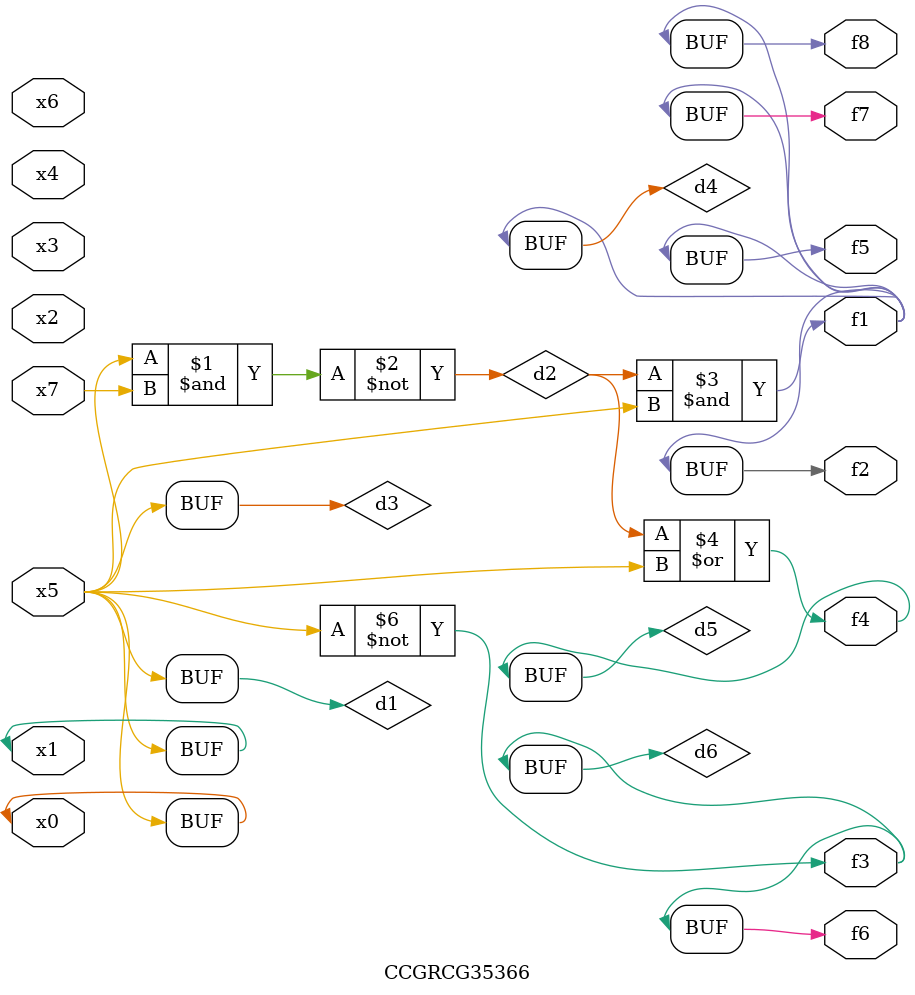
<source format=v>
module CCGRCG35366(
	input x0, x1, x2, x3, x4, x5, x6, x7,
	output f1, f2, f3, f4, f5, f6, f7, f8
);

	wire d1, d2, d3, d4, d5, d6;

	buf (d1, x0, x5);
	nand (d2, x5, x7);
	buf (d3, x0, x1);
	and (d4, d2, d3);
	or (d5, d2, d3);
	nor (d6, d1, d3);
	assign f1 = d4;
	assign f2 = d4;
	assign f3 = d6;
	assign f4 = d5;
	assign f5 = d4;
	assign f6 = d6;
	assign f7 = d4;
	assign f8 = d4;
endmodule

</source>
